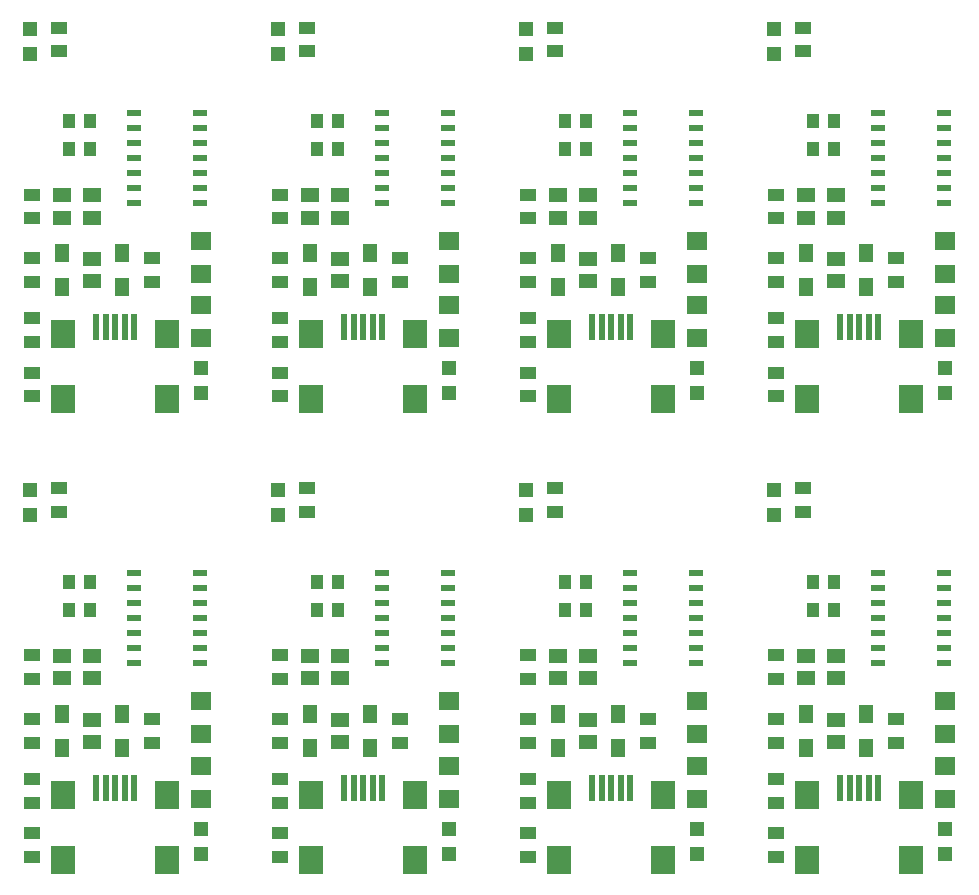
<source format=gtp>
%MOIN*%
%OFA0B0*%
%FSLAX34Y34*%
%IPPOS*%
%LPD*%
%AMOC8*
5,1,8,0,0,$1,112.5*%
%AMOC80*
5,1,8,0,0,$1,112.5*%
%AMOC81*
5,1,8,0,0,$1,112.5*%
%AMOC80*
5,1,8,0,0,$1,112.5*%
%AMOC81*
5,1,8,0,0,$1,112.5*%
%AMOC80*
5,1,8,0,0,$1,112.5*%
%AMOC81*
5,1,8,0,0,$1,112.5*%
%AMOC80*
5,1,8,0,0,$1,112.5*%
%ADD10R,0.055118110236220472X0.043307086614173235*%
%ADD11R,0.047244094488188976X0.047244094488188976*%
%ADD12R,0.07874015748031496X0.094488188976377951*%
%ADD13R,0.01968503937007874X0.090866141732283467*%
%ADD14R,0.047244094488188976X0.023622047244094488*%
%ADD15R,0.047244094488188976X0.059055118110236227*%
%ADD16R,0.070866141732283464X0.062992125984251982*%
%ADD17R,0.059055118110236227X0.051181102362204731*%
%ADD18R,0.043307086614173235X0.047244094488188976*%
%ADD29R,0.055118110236220472X0.043307086614173235*%
%ADD30R,0.047244094488188976X0.047244094488188976*%
%ADD31R,0.07874015748031496X0.094488188976377951*%
%ADD32R,0.01968503937007874X0.090866141732283467*%
%ADD33R,0.047244094488188976X0.023622047244094488*%
%ADD34R,0.047244094488188976X0.059055118110236227*%
%ADD35R,0.070866141732283464X0.062992125984251982*%
%ADD36R,0.059055118110236227X0.051181102362204731*%
%ADD37R,0.043307086614173235X0.047244094488188976*%
%ADD38R,0.055118110236220472X0.043307086614173235*%
%ADD39R,0.047244094488188976X0.047244094488188976*%
%ADD40R,0.07874015748031496X0.094488188976377951*%
%ADD41R,0.01968503937007874X0.090866141732283467*%
%ADD42R,0.047244094488188976X0.023622047244094488*%
%ADD43R,0.047244094488188976X0.059055118110236227*%
%ADD44R,0.070866141732283464X0.062992125984251982*%
%ADD45R,0.059055118110236227X0.051181102362204731*%
%ADD46R,0.043307086614173235X0.047244094488188976*%
%ADD47R,0.055118110236220472X0.043307086614173235*%
%ADD48R,0.047244094488188976X0.047244094488188976*%
%ADD49R,0.07874015748031496X0.094488188976377951*%
%ADD50R,0.01968503937007874X0.090866141732283467*%
%ADD51R,0.047244094488188976X0.023622047244094488*%
%ADD52R,0.047244094488188976X0.059055118110236227*%
%ADD53R,0.070866141732283464X0.062992125984251982*%
%ADD54R,0.059055118110236227X0.051181102362204731*%
%ADD55R,0.043307086614173235X0.047244094488188976*%
%ADD56R,0.055118110236220472X0.043307086614173235*%
%ADD57R,0.047244094488188976X0.047244094488188976*%
%ADD58R,0.07874015748031496X0.094488188976377951*%
%ADD59R,0.01968503937007874X0.090866141732283467*%
%ADD60R,0.047244094488188976X0.023622047244094488*%
%ADD61R,0.047244094488188976X0.059055118110236227*%
%ADD62R,0.070866141732283464X0.062992125984251982*%
%ADD63R,0.059055118110236227X0.051181102362204731*%
%ADD64R,0.043307086614173235X0.047244094488188976*%
%ADD65R,0.055118110236220472X0.043307086614173235*%
%ADD66R,0.047244094488188976X0.047244094488188976*%
%ADD67R,0.07874015748031496X0.094488188976377951*%
%ADD68R,0.01968503937007874X0.090866141732283467*%
%ADD69R,0.047244094488188976X0.023622047244094488*%
%ADD70R,0.047244094488188976X0.059055118110236227*%
%ADD71R,0.070866141732283464X0.062992125984251982*%
%ADD72R,0.059055118110236227X0.051181102362204731*%
%ADD73R,0.043307086614173235X0.047244094488188976*%
%ADD74R,0.055118110236220472X0.043307086614173235*%
%ADD75R,0.047244094488188976X0.047244094488188976*%
%ADD76R,0.07874015748031496X0.094488188976377951*%
%ADD77R,0.01968503937007874X0.090866141732283467*%
%ADD78R,0.047244094488188976X0.023622047244094488*%
%ADD79R,0.047244094488188976X0.059055118110236227*%
%ADD80R,0.070866141732283464X0.062992125984251982*%
%ADD81R,0.059055118110236227X0.051181102362204731*%
%ADD82R,0.043307086614173235X0.047244094488188976*%
%ADD83R,0.055118110236220472X0.043307086614173235*%
%ADD84R,0.047244094488188976X0.047244094488188976*%
%ADD85R,0.07874015748031496X0.094488188976377951*%
%ADD86R,0.01968503937007874X0.090866141732283467*%
%ADD87R,0.047244094488188976X0.023622047244094488*%
%ADD88R,0.047244094488188976X0.059055118110236227*%
%ADD89R,0.070866141732283464X0.062992125984251982*%
%ADD90R,0.059055118110236227X0.051181102362204731*%
%ADD91R,0.043307086614173235X0.047244094488188976*%
G75*
G01*
D10*
X0010236Y0006692D02*
X0003736Y0007486D03*
X0003736Y0008274D03*
D11*
X0009358Y0008418D03*
X0009358Y0007592D03*
D12*
X0004763Y0009570D03*
D13*
X0005866Y0009792D03*
X0006181Y0009792D03*
X0006496Y0009792D03*
X0006811Y0009792D03*
X0007125Y0009792D03*
D12*
X0004763Y0007405D03*
X0008228Y0009570D03*
X0008228Y0007405D03*
D14*
X0007133Y0016942D03*
X0007133Y0016442D03*
X0007133Y0015942D03*
X0007133Y0015442D03*
X0007133Y0014942D03*
X0007133Y0014442D03*
X0007133Y0013942D03*
X0009338Y0013942D03*
X0009338Y0014442D03*
X0009338Y0014942D03*
X0009338Y0015442D03*
X0009338Y0015942D03*
X0009338Y0016442D03*
X0009338Y0016942D03*
D15*
X0006736Y0011122D03*
X0006736Y0012263D03*
X0004736Y0011122D03*
X0004736Y0012263D03*
D16*
X0009361Y0011579D03*
X0009361Y0012681D03*
D10*
X0003736Y0012086D03*
X0003736Y0011299D03*
X0007736Y0012086D03*
X0007736Y0011299D03*
X0003736Y0009299D03*
X0003736Y0010086D03*
D17*
X0005736Y0011318D03*
X0005736Y0012066D03*
X0005736Y0014191D03*
X0005736Y0013443D03*
X0004736Y0014191D03*
X0004736Y0013443D03*
D10*
X0003736Y0013424D03*
X0003736Y0014211D03*
D18*
X0004954Y0016655D03*
X0004954Y0015730D03*
X0005643Y0015730D03*
X0005643Y0016655D03*
D16*
X0009359Y0009428D03*
X0009359Y0010531D03*
D11*
X0003673Y0018904D03*
X0003673Y0019731D03*
D10*
X0004611Y0019774D03*
X0004611Y0018986D03*
G04 next file*
G04 EAGLE Gerber X2 export*
G75*
G01*
D29*
X0018503Y0006692D02*
X0012003Y0007486D03*
X0012003Y0008274D03*
D30*
X0017626Y0008418D03*
X0017626Y0007592D03*
D31*
X0013031Y0009570D03*
D32*
X0014133Y0009792D03*
X0014448Y0009792D03*
X0014763Y0009792D03*
X0015078Y0009792D03*
X0015393Y0009792D03*
D31*
X0013031Y0007405D03*
X0016496Y0009570D03*
X0016496Y0007405D03*
D33*
X0015401Y0016942D03*
X0015401Y0016442D03*
X0015401Y0015942D03*
X0015401Y0015442D03*
X0015401Y0014942D03*
X0015401Y0014442D03*
X0015401Y0013942D03*
X0017606Y0013942D03*
X0017606Y0014442D03*
X0017606Y0014942D03*
X0017606Y0015442D03*
X0017606Y0015942D03*
X0017606Y0016442D03*
X0017606Y0016942D03*
D34*
X0015003Y0011122D03*
X0015003Y0012263D03*
X0013003Y0011122D03*
X0013003Y0012263D03*
D35*
X0017628Y0011579D03*
X0017628Y0012681D03*
D29*
X0012003Y0012086D03*
X0012003Y0011299D03*
X0016003Y0012086D03*
X0016003Y0011299D03*
X0012003Y0009299D03*
X0012003Y0010086D03*
D36*
X0014003Y0011318D03*
X0014003Y0012066D03*
X0014003Y0014191D03*
X0014003Y0013443D03*
X0013003Y0014191D03*
X0013003Y0013443D03*
D29*
X0012003Y0013424D03*
X0012003Y0014211D03*
D37*
X0013221Y0016655D03*
X0013221Y0015730D03*
X0013910Y0015730D03*
X0013910Y0016655D03*
D35*
X0017627Y0009428D03*
X0017627Y0010531D03*
D30*
X0011941Y0018904D03*
X0011941Y0019731D03*
D29*
X0012878Y0019774D03*
X0012878Y0018986D03*
G04 next file*
G04 EAGLE Gerber X2 export*
G75*
G01*
D38*
X0010236Y0022047D02*
X0003736Y0022841D03*
X0003736Y0023628D03*
D39*
X0009358Y0023773D03*
X0009358Y0022946D03*
D40*
X0004763Y0024925D03*
D41*
X0005866Y0025147D03*
X0006181Y0025147D03*
X0006496Y0025147D03*
X0006811Y0025147D03*
X0007125Y0025147D03*
D40*
X0004763Y0022759D03*
X0008228Y0024925D03*
X0008228Y0022759D03*
D42*
X0007133Y0032297D03*
X0007133Y0031797D03*
X0007133Y0031297D03*
X0007133Y0030797D03*
X0007133Y0030297D03*
X0007133Y0029797D03*
X0007133Y0029297D03*
X0009338Y0029297D03*
X0009338Y0029797D03*
X0009338Y0030297D03*
X0009338Y0030797D03*
X0009338Y0031297D03*
X0009338Y0031797D03*
X0009338Y0032297D03*
D43*
X0006736Y0026476D03*
X0006736Y0027618D03*
X0004736Y0026476D03*
X0004736Y0027618D03*
D44*
X0009361Y0026933D03*
X0009361Y0028035D03*
D38*
X0003736Y0027440D03*
X0003736Y0026653D03*
X0007736Y0027440D03*
X0007736Y0026653D03*
X0003736Y0024653D03*
X0003736Y0025440D03*
D45*
X0005736Y0026673D03*
X0005736Y0027421D03*
X0005736Y0029546D03*
X0005736Y0028798D03*
X0004736Y0029546D03*
X0004736Y0028798D03*
D38*
X0003736Y0028778D03*
X0003736Y0029565D03*
D46*
X0004954Y0032009D03*
X0004954Y0031084D03*
X0005643Y0031084D03*
X0005643Y0032009D03*
D44*
X0009359Y0024782D03*
X0009359Y0025885D03*
D39*
X0003673Y0034258D03*
X0003673Y0035085D03*
D38*
X0004611Y0035128D03*
X0004611Y0034341D03*
G04 next file*
G04 EAGLE Gerber X2 export*
G75*
G01*
D47*
X0018503Y0022047D02*
X0012003Y0022841D03*
X0012003Y0023628D03*
D48*
X0017626Y0023773D03*
X0017626Y0022946D03*
D49*
X0013031Y0024925D03*
D50*
X0014133Y0025147D03*
X0014448Y0025147D03*
X0014763Y0025147D03*
X0015078Y0025147D03*
X0015393Y0025147D03*
D49*
X0013031Y0022759D03*
X0016496Y0024925D03*
X0016496Y0022759D03*
D51*
X0015401Y0032297D03*
X0015401Y0031797D03*
X0015401Y0031297D03*
X0015401Y0030797D03*
X0015401Y0030297D03*
X0015401Y0029797D03*
X0015401Y0029297D03*
X0017606Y0029297D03*
X0017606Y0029797D03*
X0017606Y0030297D03*
X0017606Y0030797D03*
X0017606Y0031297D03*
X0017606Y0031797D03*
X0017606Y0032297D03*
D52*
X0015003Y0026476D03*
X0015003Y0027618D03*
X0013003Y0026476D03*
X0013003Y0027618D03*
D53*
X0017628Y0026933D03*
X0017628Y0028035D03*
D47*
X0012003Y0027440D03*
X0012003Y0026653D03*
X0016003Y0027440D03*
X0016003Y0026653D03*
X0012003Y0024653D03*
X0012003Y0025440D03*
D54*
X0014003Y0026673D03*
X0014003Y0027421D03*
X0014003Y0029546D03*
X0014003Y0028798D03*
X0013003Y0029546D03*
X0013003Y0028798D03*
D47*
X0012003Y0028778D03*
X0012003Y0029565D03*
D55*
X0013221Y0032009D03*
X0013221Y0031084D03*
X0013910Y0031084D03*
X0013910Y0032009D03*
D53*
X0017627Y0024782D03*
X0017627Y0025885D03*
D48*
X0011941Y0034258D03*
X0011941Y0035085D03*
D47*
X0012878Y0035128D03*
X0012878Y0034341D03*
G04 next file*
G04 EAGLE Gerber X2 export*
G75*
G01*
D56*
X0026771Y0022047D02*
X0020271Y0022841D03*
X0020271Y0023628D03*
D57*
X0025894Y0023773D03*
X0025894Y0022946D03*
D58*
X0021299Y0024925D03*
D59*
X0022401Y0025147D03*
X0022716Y0025147D03*
X0023031Y0025147D03*
X0023346Y0025147D03*
X0023661Y0025147D03*
D58*
X0021299Y0022759D03*
X0024763Y0024925D03*
X0024763Y0022759D03*
D60*
X0023669Y0032297D03*
X0023669Y0031797D03*
X0023669Y0031297D03*
X0023669Y0030797D03*
X0023669Y0030297D03*
X0023669Y0029797D03*
X0023669Y0029297D03*
X0025874Y0029297D03*
X0025874Y0029797D03*
X0025874Y0030297D03*
X0025874Y0030797D03*
X0025874Y0031297D03*
X0025874Y0031797D03*
X0025874Y0032297D03*
D61*
X0023271Y0026476D03*
X0023271Y0027618D03*
X0021271Y0026476D03*
X0021271Y0027618D03*
D62*
X0025896Y0026933D03*
X0025896Y0028035D03*
D56*
X0020271Y0027440D03*
X0020271Y0026653D03*
X0024271Y0027440D03*
X0024271Y0026653D03*
X0020271Y0024653D03*
X0020271Y0025440D03*
D63*
X0022271Y0026673D03*
X0022271Y0027421D03*
X0022271Y0029546D03*
X0022271Y0028798D03*
X0021271Y0029546D03*
X0021271Y0028798D03*
D56*
X0020271Y0028778D03*
X0020271Y0029565D03*
D64*
X0021489Y0032009D03*
X0021489Y0031084D03*
X0022178Y0031084D03*
X0022178Y0032009D03*
D62*
X0025895Y0024782D03*
X0025895Y0025885D03*
D57*
X0020209Y0034258D03*
X0020209Y0035085D03*
D56*
X0021146Y0035128D03*
X0021146Y0034341D03*
G04 next file*
G04 EAGLE Gerber X2 export*
G75*
G01*
D65*
X0035039Y0022047D02*
X0028539Y0022841D03*
X0028539Y0023628D03*
D66*
X0034161Y0023773D03*
X0034161Y0022946D03*
D67*
X0029566Y0024925D03*
D68*
X0030669Y0025147D03*
X0030984Y0025147D03*
X0031299Y0025147D03*
X0031614Y0025147D03*
X0031929Y0025147D03*
D67*
X0029566Y0022759D03*
X0033031Y0024925D03*
X0033031Y0022759D03*
D69*
X0031937Y0032297D03*
X0031937Y0031797D03*
X0031937Y0031297D03*
X0031937Y0030797D03*
X0031937Y0030297D03*
X0031937Y0029797D03*
X0031937Y0029297D03*
X0034141Y0029297D03*
X0034141Y0029797D03*
X0034141Y0030297D03*
X0034141Y0030797D03*
X0034141Y0031297D03*
X0034141Y0031797D03*
X0034141Y0032297D03*
D70*
X0031539Y0026476D03*
X0031539Y0027618D03*
X0029539Y0026476D03*
X0029539Y0027618D03*
D71*
X0034164Y0026933D03*
X0034164Y0028035D03*
D65*
X0028539Y0027440D03*
X0028539Y0026653D03*
X0032539Y0027440D03*
X0032539Y0026653D03*
X0028539Y0024653D03*
X0028539Y0025440D03*
D72*
X0030539Y0026673D03*
X0030539Y0027421D03*
X0030539Y0029546D03*
X0030539Y0028798D03*
X0029539Y0029546D03*
X0029539Y0028798D03*
D65*
X0028539Y0028778D03*
X0028539Y0029565D03*
D73*
X0029757Y0032009D03*
X0029757Y0031084D03*
X0030446Y0031084D03*
X0030446Y0032009D03*
D71*
X0034162Y0024782D03*
X0034162Y0025885D03*
D66*
X0028476Y0034258D03*
X0028476Y0035085D03*
D65*
X0029414Y0035128D03*
X0029414Y0034341D03*
G04 next file*
G04 EAGLE Gerber X2 export*
G75*
G01*
D74*
X0026771Y0006692D02*
X0020271Y0007486D03*
X0020271Y0008274D03*
D75*
X0025894Y0008418D03*
X0025894Y0007592D03*
D76*
X0021299Y0009570D03*
D77*
X0022401Y0009792D03*
X0022716Y0009792D03*
X0023031Y0009792D03*
X0023346Y0009792D03*
X0023661Y0009792D03*
D76*
X0021299Y0007405D03*
X0024763Y0009570D03*
X0024763Y0007405D03*
D78*
X0023669Y0016942D03*
X0023669Y0016442D03*
X0023669Y0015942D03*
X0023669Y0015442D03*
X0023669Y0014942D03*
X0023669Y0014442D03*
X0023669Y0013942D03*
X0025874Y0013942D03*
X0025874Y0014442D03*
X0025874Y0014942D03*
X0025874Y0015442D03*
X0025874Y0015942D03*
X0025874Y0016442D03*
X0025874Y0016942D03*
D79*
X0023271Y0011122D03*
X0023271Y0012263D03*
X0021271Y0011122D03*
X0021271Y0012263D03*
D80*
X0025896Y0011579D03*
X0025896Y0012681D03*
D74*
X0020271Y0012086D03*
X0020271Y0011299D03*
X0024271Y0012086D03*
X0024271Y0011299D03*
X0020271Y0009299D03*
X0020271Y0010086D03*
D81*
X0022271Y0011318D03*
X0022271Y0012066D03*
X0022271Y0014191D03*
X0022271Y0013443D03*
X0021271Y0014191D03*
X0021271Y0013443D03*
D74*
X0020271Y0013424D03*
X0020271Y0014211D03*
D82*
X0021489Y0016655D03*
X0021489Y0015730D03*
X0022178Y0015730D03*
X0022178Y0016655D03*
D80*
X0025895Y0009428D03*
X0025895Y0010531D03*
D75*
X0020209Y0018904D03*
X0020209Y0019731D03*
D74*
X0021146Y0019774D03*
X0021146Y0018986D03*
G04 next file*
G04 EAGLE Gerber X2 export*
G75*
G01*
D83*
X0035039Y0006692D02*
X0028539Y0007486D03*
X0028539Y0008274D03*
D84*
X0034161Y0008418D03*
X0034161Y0007592D03*
D85*
X0029566Y0009570D03*
D86*
X0030669Y0009792D03*
X0030984Y0009792D03*
X0031299Y0009792D03*
X0031614Y0009792D03*
X0031929Y0009792D03*
D85*
X0029566Y0007405D03*
X0033031Y0009570D03*
X0033031Y0007405D03*
D87*
X0031937Y0016942D03*
X0031937Y0016442D03*
X0031937Y0015942D03*
X0031937Y0015442D03*
X0031937Y0014942D03*
X0031937Y0014442D03*
X0031937Y0013942D03*
X0034141Y0013942D03*
X0034141Y0014442D03*
X0034141Y0014942D03*
X0034141Y0015442D03*
X0034141Y0015942D03*
X0034141Y0016442D03*
X0034141Y0016942D03*
D88*
X0031539Y0011122D03*
X0031539Y0012263D03*
X0029539Y0011122D03*
X0029539Y0012263D03*
D89*
X0034164Y0011579D03*
X0034164Y0012681D03*
D83*
X0028539Y0012086D03*
X0028539Y0011299D03*
X0032539Y0012086D03*
X0032539Y0011299D03*
X0028539Y0009299D03*
X0028539Y0010086D03*
D90*
X0030539Y0011318D03*
X0030539Y0012066D03*
X0030539Y0014191D03*
X0030539Y0013443D03*
X0029539Y0014191D03*
X0029539Y0013443D03*
D83*
X0028539Y0013424D03*
X0028539Y0014211D03*
D91*
X0029757Y0016655D03*
X0029757Y0015730D03*
X0030446Y0015730D03*
X0030446Y0016655D03*
D89*
X0034162Y0009428D03*
X0034162Y0010531D03*
D84*
X0028476Y0018904D03*
X0028476Y0019731D03*
D83*
X0029414Y0019774D03*
X0029414Y0018986D03*
M02*
</source>
